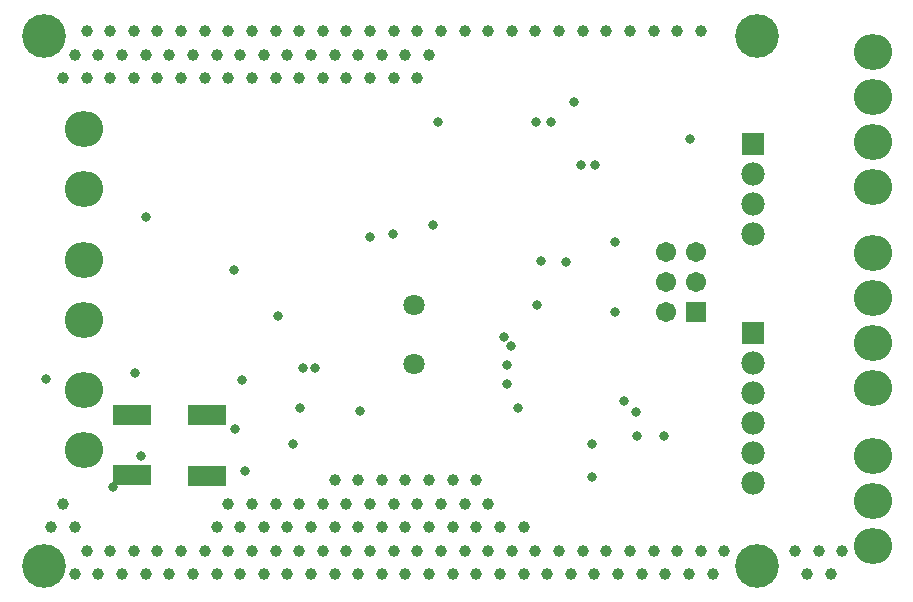
<source format=gbs>
G04*
G04 #@! TF.GenerationSoftware,Altium Limited,Altium Designer,18.1.6 (161)*
G04*
G04 Layer_Color=16711935*
%FSTAX24Y24*%
%MOIN*%
G70*
G01*
G75*
%ADD64O,0.1280X0.1180*%
%ADD65R,0.0671X0.0671*%
%ADD66C,0.0671*%
%ADD67C,0.0710*%
%ADD68R,0.0780X0.0780*%
%ADD69C,0.0780*%
%ADD70C,0.0395*%
%ADD71C,0.0316*%
%ADD72C,0.1458*%
%ADD89R,0.1261X0.0671*%
D64*
X03919Y033865D02*
D03*
Y032365D02*
D03*
Y030865D02*
D03*
Y03615D02*
D03*
Y03765D02*
D03*
Y03915D02*
D03*
Y04065D02*
D03*
Y04282D02*
D03*
Y04432D02*
D03*
Y04582D02*
D03*
Y04732D02*
D03*
X01291Y03608D02*
D03*
Y03408D02*
D03*
Y0404D02*
D03*
Y0384D02*
D03*
X01289Y044756D02*
D03*
Y042756D02*
D03*
D65*
X03331Y03866D02*
D03*
D66*
Y03966D02*
D03*
Y04066D02*
D03*
X03231Y03866D02*
D03*
Y03966D02*
D03*
Y04066D02*
D03*
D67*
X02392Y036925D02*
D03*
Y038894D02*
D03*
D68*
X03521Y03796D02*
D03*
Y04426D02*
D03*
D69*
Y03696D02*
D03*
Y03596D02*
D03*
Y03496D02*
D03*
Y03396D02*
D03*
Y03296D02*
D03*
Y04126D02*
D03*
Y04226D02*
D03*
Y04326D02*
D03*
D70*
X038189Y030709D02*
D03*
X037795Y029921D02*
D03*
X037402Y030709D02*
D03*
X037008Y029921D02*
D03*
X036614Y030709D02*
D03*
X034252D02*
D03*
X033858Y029921D02*
D03*
X033465Y048032D02*
D03*
Y030709D02*
D03*
X033071Y029921D02*
D03*
X032677Y048032D02*
D03*
Y030709D02*
D03*
X032283Y029921D02*
D03*
X03189Y048032D02*
D03*
Y030709D02*
D03*
X031496Y029921D02*
D03*
X031102Y048032D02*
D03*
Y030709D02*
D03*
X030709Y029921D02*
D03*
X030315Y048032D02*
D03*
Y030709D02*
D03*
X029921Y029921D02*
D03*
X029528Y048032D02*
D03*
Y030709D02*
D03*
X029134Y029921D02*
D03*
X02874Y048032D02*
D03*
Y030709D02*
D03*
X028346Y029921D02*
D03*
X027953Y048032D02*
D03*
X027559Y031496D02*
D03*
X027953Y030709D02*
D03*
X027559Y029921D02*
D03*
X027165Y048032D02*
D03*
X026772Y031496D02*
D03*
X027165Y030709D02*
D03*
X026772Y029921D02*
D03*
X026378Y048032D02*
D03*
X025984Y033071D02*
D03*
X026378Y032283D02*
D03*
X025984Y031496D02*
D03*
X026378Y030709D02*
D03*
X025984Y029921D02*
D03*
X025591Y048032D02*
D03*
X025197Y033071D02*
D03*
X025591Y032283D02*
D03*
X025197Y031496D02*
D03*
X025591Y030709D02*
D03*
X025197Y029921D02*
D03*
X024803Y048032D02*
D03*
X024409Y047244D02*
D03*
Y033071D02*
D03*
X024803Y032283D02*
D03*
X024409Y031496D02*
D03*
X024803Y030709D02*
D03*
X024409Y029921D02*
D03*
X024016Y048032D02*
D03*
X023622Y047244D02*
D03*
X024016Y046457D02*
D03*
X023622Y033071D02*
D03*
X024016Y032283D02*
D03*
X023622Y031496D02*
D03*
X024016Y030709D02*
D03*
X023622Y029921D02*
D03*
X023228Y048032D02*
D03*
X022835Y047244D02*
D03*
X023228Y046457D02*
D03*
X022835Y033071D02*
D03*
X023228Y032283D02*
D03*
X022835Y031496D02*
D03*
X023228Y030709D02*
D03*
X022835Y029921D02*
D03*
X022441Y048032D02*
D03*
X022047Y047244D02*
D03*
X022441Y046457D02*
D03*
X022047Y033071D02*
D03*
X022441Y032283D02*
D03*
X022047Y031496D02*
D03*
X022441Y030709D02*
D03*
X022047Y029921D02*
D03*
X021654Y048032D02*
D03*
X02126Y047244D02*
D03*
X021654Y046457D02*
D03*
X02126Y033071D02*
D03*
X021654Y032283D02*
D03*
X02126Y031496D02*
D03*
X021654Y030709D02*
D03*
X02126Y029921D02*
D03*
X020866Y048032D02*
D03*
X020472Y047244D02*
D03*
X020866Y046457D02*
D03*
Y032283D02*
D03*
X020472Y031496D02*
D03*
X020866Y030709D02*
D03*
X020472Y029921D02*
D03*
X020079Y048032D02*
D03*
X019685Y047244D02*
D03*
X020079Y046457D02*
D03*
Y032283D02*
D03*
X019685Y031496D02*
D03*
X020079Y030709D02*
D03*
X019685Y029921D02*
D03*
X019291Y048032D02*
D03*
X018898Y047244D02*
D03*
X019291Y046457D02*
D03*
Y032283D02*
D03*
X018898Y031496D02*
D03*
X019291Y030709D02*
D03*
X018898Y029921D02*
D03*
X018504Y048032D02*
D03*
X01811Y047244D02*
D03*
X018504Y046457D02*
D03*
Y032283D02*
D03*
X01811Y031496D02*
D03*
X018504Y030709D02*
D03*
X01811Y029921D02*
D03*
X017717Y048032D02*
D03*
X017323Y047244D02*
D03*
X017717Y046457D02*
D03*
Y032283D02*
D03*
X017323Y031496D02*
D03*
X017717Y030709D02*
D03*
X017323Y029921D02*
D03*
X016929Y048032D02*
D03*
X016535Y047244D02*
D03*
X016929Y046457D02*
D03*
Y030709D02*
D03*
X016535Y029921D02*
D03*
X016142Y048032D02*
D03*
X015748Y047244D02*
D03*
X016142Y046457D02*
D03*
Y030709D02*
D03*
X015748Y029921D02*
D03*
X015354Y048032D02*
D03*
X014961Y047244D02*
D03*
X015354Y046457D02*
D03*
Y030709D02*
D03*
X014961Y029921D02*
D03*
X014567Y048032D02*
D03*
X014173Y047244D02*
D03*
X014567Y046457D02*
D03*
Y030709D02*
D03*
X014173Y029921D02*
D03*
X01378Y048032D02*
D03*
X013386Y047244D02*
D03*
X01378Y046457D02*
D03*
Y030709D02*
D03*
X013386Y029921D02*
D03*
X012992Y048032D02*
D03*
X012598Y047244D02*
D03*
X012992Y046457D02*
D03*
X012598Y031496D02*
D03*
X012992Y030709D02*
D03*
X012598Y029921D02*
D03*
X012205Y046457D02*
D03*
Y032283D02*
D03*
X011811Y031496D02*
D03*
D71*
X01165Y03642D02*
D03*
X01388Y03284D02*
D03*
X0232Y04127D02*
D03*
X02211Y03537D02*
D03*
X02702Y03691D02*
D03*
X02701Y036265D02*
D03*
X03223Y03452D02*
D03*
X030595Y038655D02*
D03*
X0309Y0357D02*
D03*
X030595Y041D02*
D03*
X03135Y03452D02*
D03*
X03312Y04442D02*
D03*
X02453Y04158D02*
D03*
X027993Y03889D02*
D03*
X027363Y035473D02*
D03*
X0313Y03534D02*
D03*
X02983Y03316D02*
D03*
X02846Y045D02*
D03*
X02797Y04499D02*
D03*
X02897Y04035D02*
D03*
X02715Y03754D02*
D03*
X02692Y03784D02*
D03*
X02472Y044988D02*
D03*
X02923Y045656D02*
D03*
X02994Y04356D02*
D03*
X02946Y04358D02*
D03*
X028145Y04038D02*
D03*
X02983Y03428D02*
D03*
X02245Y04118D02*
D03*
X01498Y04184D02*
D03*
X01792Y04007D02*
D03*
X019858Y034272D02*
D03*
X020593Y036787D02*
D03*
X020114Y03548D02*
D03*
X01938Y03852D02*
D03*
X02021Y03681D02*
D03*
X01828Y033376D02*
D03*
X01818Y036403D02*
D03*
X01793Y03476D02*
D03*
X01481Y03387D02*
D03*
X0146Y03665D02*
D03*
D72*
X03533Y03021D02*
D03*
X01156D02*
D03*
X03533Y04787D02*
D03*
X01156D02*
D03*
D89*
X01701Y0332D02*
D03*
Y03525D02*
D03*
X01451Y03325D02*
D03*
Y03525D02*
D03*
M02*

</source>
